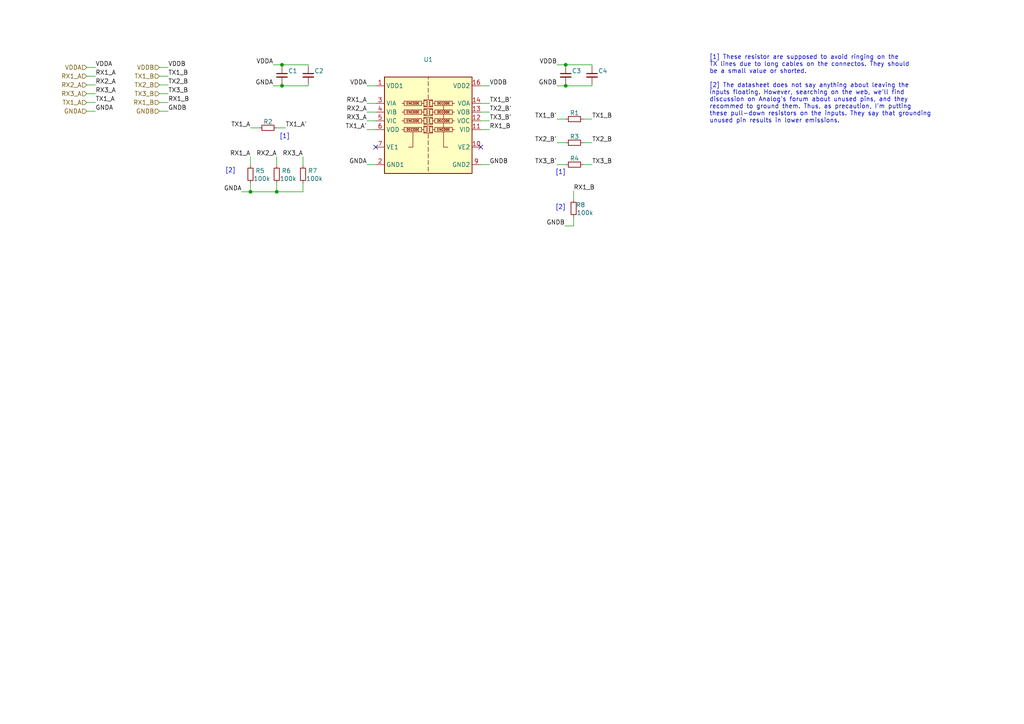
<source format=kicad_sch>
(kicad_sch (version 20211123) (generator eeschema)
  (paper "A4")
  (lib_symbols
    (symbol "Device:C_Small" (pin_numbers hide) (pin_names (offset 0.254) hide)
      (property "Reference" "C" (at 0.254 1.778 0))
      (property "Value" "C_Small" (at 0.254 -2.032 0))
      (symbol "C_Small_0_1"
        (polyline (pts (xy -1.524 -0.508) (xy 1.524 -0.508)) (stroke (width 0.3302)))
        (polyline (pts (xy -1.524 0.508) (xy 1.524 0.508)) (stroke (width 0.3048)))
      )
      (symbol "C_Small_1_1"
        (pin passive line (at 0 2.54 270) (length 2.032) (name "~") (number "1"))
        (pin passive line (at 0 -2.54 90) (length 2.032) (name "~") (number "2"))
      )
    )
    (symbol "Device:R_Small" (pin_numbers hide) (pin_names (offset 0.254) hide)
      (property "Reference" "R" (at 0.762 0.508 0))
      (property "Value" "R_Small" (at 0.762 -1.016 0))
      (symbol "R_Small_0_1"
        (rectangle (start -0.762 1.778) (end 0.762 -1.778) (stroke (width 0.2032)))
      )
      (symbol "R_Small_1_1"
        (pin passive line (at 0 2.54 270) (length 0.762) (name "~") (number "1"))
        (pin passive line (at 0 -2.54 90) (length 0.762) (name "~") (number "2"))
      )
    )
    (symbol "Isolator:ADuM1401xRW"
      (property "Reference" "U" (at 0 19.05 0))
      (property "Value" "ADuM1401xRW" (at 0 16.51 0))
      (symbol "ADuM1401xRW_0_0"
        (rectangle (start -1.905 0.635) (end -6.985 -0.635))
        (rectangle (start -1.27 1.016) (end 1.27 -1.016))
        (rectangle (start -1.27 3.556) (end 1.27 1.524))
        (rectangle (start -1.27 6.096) (end 1.27 4.064))
        (rectangle (start -1.27 8.636) (end 1.27 6.604))
        (arc (start -0.508 -0.762) (mid -0.254 -0.508) (end -0.508 -0.254))
        (arc (start -0.508 -0.254) (mid -0.254 0) (end -0.508 0.254))
        (arc (start -0.508 0.254) (mid -0.254 0.508) (end -0.508 0.762))
        (arc (start -0.508 1.778) (mid -0.254 2.032) (end -0.508 2.286))
        (arc (start -0.508 2.286) (mid -0.254 2.54) (end -0.508 2.794))
        (arc (start -0.508 2.794) (mid -0.254 3.048) (end -0.508 3.302))
        (arc (start -0.508 4.318) (mid -0.254 4.572) (end -0.508 4.826))
        (arc (start -0.508 4.826) (mid -0.254 5.08) (end -0.508 5.334))
        (arc (start -0.508 5.334) (mid -0.254 5.588) (end -0.508 5.842))
        (arc (start -0.508 6.858) (mid -0.254 7.112) (end -0.508 7.366))
        (arc (start -0.508 7.366) (mid -0.254 7.62) (end -0.508 7.874))
        (arc (start -0.508 7.874) (mid -0.254 8.128) (end -0.508 8.382))
        (polyline (pts (xy -6.985 0) (xy -7.62 0)))
        (polyline (pts (xy -6.985 2.54) (xy -7.62 2.54)))
        (polyline (pts (xy -6.985 5.08) (xy -7.62 5.08)))
        (polyline (pts (xy -6.985 7.62) (xy -7.62 7.62)))
        (polyline (pts (xy -4.445 -1.27) (xy -4.445 -0.635)))
        (polyline (pts (xy -1.905 0) (xy -1.27 0)))
        (polyline (pts (xy -1.905 2.54) (xy -1.27 2.54)))
        (polyline (pts (xy -1.905 5.08) (xy -1.27 5.08)))
        (polyline (pts (xy -1.905 7.62) (xy -1.27 7.62)))
        (polyline (pts (xy -1.27 -0.762) (xy -0.508 -0.762)))
        (polyline (pts (xy -1.27 0.762) (xy -0.508 0.762)))
        (polyline (pts (xy -1.27 1.778) (xy -0.508 1.778)))
        (polyline (pts (xy -1.27 3.302) (xy -0.508 3.302)))
        (polyline (pts (xy -1.27 4.318) (xy -0.508 4.318)))
        (polyline (pts (xy -1.27 5.842) (xy -0.508 5.842)))
        (polyline (pts (xy -1.27 6.858) (xy -0.508 6.858)))
        (polyline (pts (xy -1.27 8.382) (xy -0.508 8.382)))
        (polyline (pts (xy 0 -10.795) (xy 0 -12.065)))
        (polyline (pts (xy 0 -8.89) (xy 0 -10.16)))
        (polyline (pts (xy 0 -6.985) (xy 0 -8.255)))
        (polyline (pts (xy 0 -5.08) (xy 0 -6.35)))
        (polyline (pts (xy 0 -3.175) (xy 0 -4.445)))
        (polyline (pts (xy 0 -1.27) (xy 0 -2.54)))
        (polyline (pts (xy 0 8.89) (xy 0 10.16)))
        (polyline (pts (xy 0 10.795) (xy 0 12.065)))
        (polyline (pts (xy 0 12.7) (xy 0 13.97)))
        (polyline (pts (xy 0 15.24) (xy 0 14.605)))
        (polyline (pts (xy 1.27 -0.762) (xy 0.508 -0.762)))
        (polyline (pts (xy 1.27 0.762) (xy 0.508 0.762)))
        (polyline (pts (xy 1.27 1.778) (xy 0.508 1.778)))
        (polyline (pts (xy 1.27 3.302) (xy 0.508 3.302)))
        (polyline (pts (xy 1.27 4.318) (xy 0.508 4.318)))
        (polyline (pts (xy 1.27 5.842) (xy 0.508 5.842)))
        (polyline (pts (xy 1.27 6.858) (xy 0.508 6.858)))
        (polyline (pts (xy 1.27 8.382) (xy 0.508 8.382)))
        (polyline (pts (xy 1.905 0) (xy 1.27 0)))
        (polyline (pts (xy 1.905 2.54) (xy 1.27 2.54)))
        (polyline (pts (xy 1.905 5.08) (xy 1.27 5.08)))
        (polyline (pts (xy 1.905 7.62) (xy 1.27 7.62)))
        (polyline (pts (xy 4.445 0.635) (xy 4.445 1.905)))
        (polyline (pts (xy 4.445 3.175) (xy 4.445 4.445)))
        (polyline (pts (xy 4.445 5.715) (xy 4.445 6.985)))
        (polyline (pts (xy 6.985 0) (xy 7.62 0)))
        (polyline (pts (xy 6.985 2.54) (xy 7.62 2.54)))
        (polyline (pts (xy 6.985 5.08) (xy 7.62 5.08)))
        (polyline (pts (xy 6.985 7.62) (xy 7.62 7.62)))
        (polyline (pts (xy -4.445 -1.27) (xy -4.445 -5.08) (xy -5.715 -5.08)))
        (polyline (pts (xy 5.715 -5.08) (xy 4.445 -5.08) (xy 4.445 -0.635)))
        (arc (start 0.508 -0.254) (mid 0.254 -0.508) (end 0.508 -0.762))
        (arc (start 0.508 0.254) (mid 0.254 0) (end 0.508 -0.254))
        (arc (start 0.508 0.762) (mid 0.254 0.508) (end 0.508 0.254))
        (arc (start 0.508 2.286) (mid 0.254 2.032) (end 0.508 1.778))
        (arc (start 0.508 2.794) (mid 0.254 2.54) (end 0.508 2.286))
        (arc (start 0.508 3.302) (mid 0.254 3.048) (end 0.508 2.794))
        (arc (start 0.508 4.826) (mid 0.254 4.572) (end 0.508 4.318))
        (arc (start 0.508 5.334) (mid 0.254 5.08) (end 0.508 4.826))
        (arc (start 0.508 5.842) (mid 0.254 5.588) (end 0.508 5.334))
        (arc (start 0.508 7.366) (mid 0.254 7.112) (end 0.508 6.858))
        (arc (start 0.508 7.874) (mid 0.254 7.62) (end 0.508 7.366))
        (arc (start 0.508 8.382) (mid 0.254 8.128) (end 0.508 7.874))
        (rectangle (start 1.905 0.635) (end 6.985 -0.635))
        (rectangle (start 1.905 3.175) (end 6.985 1.905))
        (rectangle (start 1.905 5.715) (end 6.985 4.445))
        (rectangle (start 1.905 8.255) (end 6.985 6.985))
        (text "DECODE" (at -4.445 0 0) (effects (font (size 0.635 0.635))))
        (text "DECODE" (at 4.445 2.54 0) (effects (font (size 0.635 0.635))))
        (text "DECODE" (at 4.445 5.08 0) (effects (font (size 0.635 0.635))))
        (text "DECODE" (at 4.445 7.62 0) (effects (font (size 0.635 0.635))))
        (text "ENCODE" (at -4.445 2.54 0) (effects (font (size 0.635 0.635))))
        (text "ENCODE" (at -4.445 5.08 0) (effects (font (size 0.635 0.635))))
        (text "ENCODE" (at -4.445 7.62 0) (effects (font (size 0.635 0.635))))
        (text "ENCODE" (at 4.445 0 0) (effects (font (size 0.635 0.635))))
      )
      (symbol "ADuM1401xRW_0_1"
        (rectangle (start -12.7 15.24) (end 12.7 -12.7) (stroke (width 0.254)) (fill (type background)))
        (rectangle (start -1.905 3.175) (end -6.985 1.905))
        (rectangle (start -1.905 5.715) (end -6.985 4.445))
        (rectangle (start -1.905 8.255) (end -6.985 6.985))
      )
      (symbol "ADuM1401xRW_1_1"
        (pin power_in line (at -15.24 12.7 0) (length 2.54) (name "VDD1") (number "1"))
        (pin input line (at 15.24 -5.08 180) (length 2.54) (name "VE2") (number "10"))
        (pin input line (at 15.24 0 180) (length 2.54) (name "VID") (number "11"))
        (pin output line (at 15.24 2.54 180) (length 2.54) (name "VOC") (number "12"))
        (pin output line (at 15.24 5.08 180) (length 2.54) (name "VOB") (number "13"))
        (pin output line (at 15.24 7.62 180) (length 2.54) (name "VOA") (number "14"))
        (pin passive line (at 15.24 -10.16 180) (length 2.54) hide (name "GND2") (number "15"))
        (pin power_in line (at 15.24 12.7 180) (length 2.54) (name "VDD2") (number "16"))
        (pin power_in line (at -15.24 -10.16 0) (length 2.54) (name "GND1") (number "2"))
        (pin input line (at -15.24 7.62 0) (length 2.54) (name "VIA") (number "3"))
        (pin input line (at -15.24 5.08 0) (length 2.54) (name "VIB") (number "4"))
        (pin input line (at -15.24 2.54 0) (length 2.54) (name "VIC") (number "5"))
        (pin output line (at -15.24 0 0) (length 2.54) (name "VOD") (number "6"))
        (pin input line (at -15.24 -5.08 0) (length 2.54) (name "VE1") (number "7"))
        (pin passive line (at -15.24 -10.16 0) (length 2.54) hide (name "GND1") (number "8"))
        (pin power_in line (at 15.24 -10.16 180) (length 2.54) (name "GND2") (number "9"))
      )
    )
  )
  (junction (at 164.084 18.796))
  (junction (at 80.264 55.626))
  (junction (at 81.788 24.892))
  (junction (at 81.788 18.796))
  (junction (at 72.644 55.626))
  (junction (at 164.084 24.892))
  (no_connect (at 108.966 42.672))
  (no_connect (at 139.446 42.672))
  (wire (pts (xy 70.104 55.626) (xy 72.644 55.626)))
  (wire (pts (xy 161.544 24.892) (xy 164.084 24.892)))
  (wire (pts (xy 80.264 55.626) (xy 72.644 55.626)))
  (wire (pts (xy 79.248 24.892) (xy 81.788 24.892)))
  (wire (pts (xy 72.644 45.466) (xy 72.644 48.006)))
  (wire (pts (xy 25.146 24.638) (xy 27.686 24.638)))
  (wire (pts (xy 139.446 47.752) (xy 141.986 47.752)))
  (wire (pts (xy 25.146 27.178) (xy 27.686 27.178)))
  (wire (pts (xy 161.544 47.752) (xy 164.084 47.752)))
  (wire (pts (xy 80.264 37.084) (xy 82.804 37.084)))
  (wire (pts (xy 161.544 34.544) (xy 164.084 34.544)))
  (wire (pts (xy 46.228 24.638) (xy 48.768 24.638)))
  (wire (pts (xy 169.164 34.544) (xy 171.704 34.544)))
  (wire (pts (xy 46.228 32.258) (xy 48.768 32.258)))
  (wire (pts (xy 46.228 29.718) (xy 48.768 29.718)))
  (wire (pts (xy 25.146 32.258) (xy 27.686 32.258)))
  (wire (pts (xy 139.446 37.592) (xy 141.986 37.592)))
  (wire (pts (xy 89.408 19.304) (xy 89.408 18.796)))
  (wire (pts (xy 25.146 22.098) (xy 27.686 22.098)))
  (wire (pts (xy 171.704 24.892) (xy 164.084 24.892)))
  (wire (pts (xy 87.884 55.626) (xy 80.264 55.626)))
  (wire (pts (xy 166.37 65.532) (xy 166.37 62.992)))
  (wire (pts (xy 87.884 53.086) (xy 87.884 55.626)))
  (wire (pts (xy 80.264 53.086) (xy 80.264 55.626)))
  (wire (pts (xy 163.83 65.532) (xy 166.37 65.532)))
  (wire (pts (xy 164.084 24.384) (xy 164.084 24.892)))
  (wire (pts (xy 72.644 37.084) (xy 75.184 37.084)))
  (wire (pts (xy 164.084 18.796) (xy 164.084 19.304)))
  (wire (pts (xy 171.704 24.384) (xy 171.704 24.892)))
  (wire (pts (xy 106.426 24.892) (xy 108.966 24.892)))
  (wire (pts (xy 46.228 22.098) (xy 48.768 22.098)))
  (wire (pts (xy 139.446 24.892) (xy 141.986 24.892)))
  (wire (pts (xy 169.164 47.752) (xy 171.704 47.752)))
  (wire (pts (xy 106.426 37.592) (xy 108.966 37.592)))
  (wire (pts (xy 161.544 41.402) (xy 164.084 41.402)))
  (wire (pts (xy 72.644 55.626) (xy 72.644 53.086)))
  (wire (pts (xy 166.37 55.372) (xy 166.37 57.912)))
  (wire (pts (xy 81.788 18.796) (xy 81.788 19.304)))
  (wire (pts (xy 106.426 47.752) (xy 108.966 47.752)))
  (wire (pts (xy 171.704 18.796) (xy 164.084 18.796)))
  (wire (pts (xy 161.544 18.796) (xy 164.084 18.796)))
  (wire (pts (xy 25.146 29.718) (xy 27.686 29.718)))
  (wire (pts (xy 81.788 24.384) (xy 81.788 24.892)))
  (wire (pts (xy 25.146 19.558) (xy 27.686 19.558)))
  (wire (pts (xy 80.264 45.466) (xy 80.264 48.006)))
  (wire (pts (xy 139.446 29.972) (xy 141.986 29.972)))
  (wire (pts (xy 46.228 19.558) (xy 48.768 19.558)))
  (wire (pts (xy 89.408 24.892) (xy 81.788 24.892)))
  (wire (pts (xy 106.426 32.512) (xy 108.966 32.512)))
  (wire (pts (xy 46.228 27.178) (xy 48.768 27.178)))
  (wire (pts (xy 89.408 18.796) (xy 81.788 18.796)))
  (wire (pts (xy 139.446 35.052) (xy 141.986 35.052)))
  (wire (pts (xy 171.704 19.304) (xy 171.704 18.796)))
  (wire (pts (xy 106.426 35.052) (xy 108.966 35.052)))
  (wire (pts (xy 89.408 24.384) (xy 89.408 24.892)))
  (wire (pts (xy 87.884 45.466) (xy 87.884 48.006)))
  (wire (pts (xy 79.248 18.796) (xy 81.788 18.796)))
  (wire (pts (xy 169.164 41.402) (xy 171.704 41.402)))
  (wire (pts (xy 139.446 32.512) (xy 141.986 32.512)))
  (wire (pts (xy 106.426 29.972) (xy 108.966 29.972)))
  (text "[2]" (at 65.278 50.292 0) (effects (font (size 1.27 1.27)) (justify left bottom)))
  (text "[1]" (at 161.036 50.8 0) (effects (font (size 1.27 1.27)) (justify left bottom)))
  (text "[2]" (at 161.036 60.96 0) (effects (font (size 1.27 1.27)) (justify left bottom)))
  (text "[1]" (at 81.026 40.386 0) (effects (font (size 1.27 1.27)) (justify left bottom)))
  (text "[1] These resistor are supposed to avoid ringing on the\nTX lines due to long cables on the connectos. They should \nbe a small value or shorted.\n\n[2] The datasheet does not say anything about leaving the\ninputs floating. However, searching on the web, we'll find\ndiscussion on Analog's forum about unused pins, and they \nrecommed to ground them. Thus, as precaution, I'm putting\nthese pull-down resistors on the inputs. They say that grounding\nunused pin results in lower emissions." (at 205.74 35.814 0) (effects (font (size 1.27 1.27)) (justify left bottom)))
  (label "RX1_A" (at 106.426 29.972 180))
  (label "TX2_B'" (at 141.986 32.512 0))
  (label "GNDA" (at 70.104 55.626 180))
  (label "RX1_B" (at 141.986 37.592 0))
  (label "GNDB" (at 48.768 32.258 0))
  (label "RX3_A" (at 27.686 27.178 0))
  (label "GNDA" (at 27.686 32.258 0))
  (label "RX2_A" (at 106.426 32.512 180))
  (label "TX3_B" (at 171.704 47.752 0))
  (label "TX1_A" (at 72.644 37.084 180))
  (label "TX2_B" (at 48.768 24.638 0))
  (label "GNDB" (at 163.83 65.532 180))
  (label "TX2_B'" (at 161.544 41.402 180))
  (label "TX1_B'" (at 161.544 34.544 180))
  (label "GNDA" (at 79.248 24.892 180))
  (label "GNDB" (at 141.986 47.752 0))
  (label "VDDB" (at 141.986 24.892 0))
  (label "RX1_A" (at 27.686 22.098 0))
  (label "TX1_A" (at 27.686 29.718 0))
  (label "GNDA" (at 106.426 47.752 180))
  (label "GNDB" (at 161.544 24.892 180))
  (label "RX2_A" (at 80.264 45.466 180))
  (label "VDDA" (at 106.426 24.892 180))
  (label "RX2_A" (at 27.686 24.638 0))
  (label "TX2_B" (at 171.704 41.402 0))
  (label "RX3_A" (at 106.426 35.052 180))
  (label "TX1_B" (at 171.704 34.544 0))
  (label "TX3_B" (at 48.768 27.178 0))
  (label "RX1_A" (at 72.644 45.466 180))
  (label "VDDA" (at 27.686 19.558 0))
  (label "VDDA" (at 79.248 18.796 180))
  (label "RX1_B" (at 48.768 29.718 0))
  (label "TX1_A'" (at 82.804 37.084 0))
  (label "TX3_B'" (at 141.986 35.052 0))
  (label "VDDB" (at 48.768 19.558 0))
  (label "RX1_B" (at 166.37 55.372 0))
  (label "TX1_B" (at 48.768 22.098 0))
  (label "TX3_B'" (at 161.544 47.752 180))
  (label "TX1_A'" (at 106.426 37.592 180))
  (label "TX1_B'" (at 141.986 29.972 0))
  (label "RX3_A" (at 87.884 45.466 180))
  (label "VDDB" (at 161.544 18.796 180))
  (hierarchical_label "RX3_A" (shape input) (at 25.146 27.178 180))
  (hierarchical_label "VDDB" (shape input) (at 46.228 19.558 180))
  (hierarchical_label "TX1_A" (shape input) (at 25.146 29.718 180))
  (hierarchical_label "TX2_B" (shape input) (at 46.228 24.638 180))
  (hierarchical_label "RX1_B" (shape input) (at 46.228 29.718 180))
  (hierarchical_label "VDDA" (shape input) (at 25.146 19.558 180))
  (hierarchical_label "GNDA" (shape input) (at 25.146 32.258 180))
  (hierarchical_label "TX3_B" (shape input) (at 46.228 27.178 180))
  (hierarchical_label "RX2_A" (shape input) (at 25.146 24.638 180))
  (hierarchical_label "TX1_B" (shape input) (at 46.228 22.098 180))
  (hierarchical_label "RX1_A" (shape input) (at 25.146 22.098 180))
  (hierarchical_label "GNDB" (shape input) (at 46.228 32.258 180))
  (symbol (lib_id "Device:C_Small") (at 81.788 21.844 0) (unit 1)
    (property "Reference" "C1" (at 83.566 20.574 0) (effects (justify left)))
  )
  (symbol (lib_id "Device:C_Small") (at 164.084 21.844 0) (unit 1)
    (property "Reference" "C3" (at 165.862 20.574 0) (effects (justify left)))
  )
  (symbol (lib_id "Device:R_Small") (at 166.624 34.544 90) (unit 1)
    (property "Reference" "R1" (at 166.624 32.766 90))
  )
  (symbol (lib_id "Isolator:ADuM1401xRW") (at 124.206 37.592 0) (unit 1)
    (property "Reference" "U1" (at 124.206 17.272 0))
    (property "Datasheet" "https://www.analog.com/media/en/technical-documentation/data-sheets/ADUM1400_1401_1402.pdf" (effects hide))
  )
  (symbol (lib_id "Device:R_Small") (at 72.644 50.546 0) (unit 1)
    (property "Reference" "R5" (at 75.438 49.53 0))
    (property "Value" "100k" (at 75.946 51.816 0))
    (property "Footprint" "Resistor_SMD:R_0805_2012Metric_Pad1.20x1.40mm_HandSolder" (effects hide))
  )
  (symbol (lib_id "Device:R_Small") (at 77.724 37.084 270) (unit 1)
    (property "Reference" "R2" (at 77.724 35.306 90))
  )
  (symbol (lib_id "Device:R_Small") (at 80.264 50.546 0) (unit 1)
    (property "Reference" "R6" (at 83.058 49.53 0))
    (property "Value" "100k" (at 83.566 51.816 0))
    (property "Footprint" "Resistor_SMD:R_0805_2012Metric_Pad1.20x1.40mm_HandSolder" (effects hide))
  )
  (symbol (lib_id "Device:R_Small") (at 87.884 50.546 0) (unit 1)
    (property "Reference" "R7" (at 90.678 49.53 0))
    (property "Value" "100k" (at 91.186 51.816 0))
    (property "Footprint" "Resistor_SMD:R_0805_2012Metric_Pad1.20x1.40mm_HandSolder" (effects hide))
  )
  (symbol (lib_id "Device:C_Small") (at 171.704 21.844 0) (unit 1)
    (property "Reference" "C4" (at 173.482 20.574 0) (effects (justify left)))
  )
  (symbol (lib_id "Device:R_Small") (at 166.624 47.752 90) (unit 1)
    (property "Reference" "R4" (at 166.624 45.974 90))
  )
  (symbol (lib_id "Device:R_Small") (at 166.624 41.402 90) (unit 1)
    (property "Reference" "R3" (at 166.624 39.624 90))
  )
  (symbol (lib_id "Device:C_Small") (at 89.408 21.844 0) (unit 1)
    (property "Reference" "C2" (at 91.186 20.574 0) (effects (justify left)))
  )
  (symbol (lib_id "Device:R_Small") (at 166.37 60.452 0) (unit 1)
    (property "Reference" "R8" (at 168.402 59.436 0))
    (property "Value" "100k" (at 169.672 61.722 0))
    (property "Footprint" "Resistor_SMD:R_0805_2012Metric_Pad1.20x1.40mm_HandSolder" (effects hide))
  )
)
</source>
